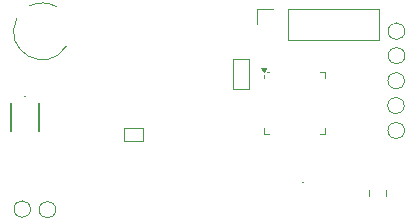
<source format=gbr>
%TF.GenerationSoftware,KiCad,Pcbnew,8.0.0*%
%TF.CreationDate,2024-03-12T22:02:49+01:00*%
%TF.ProjectId,projet s6,70726f6a-6574-4207-9336-2e6b69636164,rev?*%
%TF.SameCoordinates,Original*%
%TF.FileFunction,Legend,Top*%
%TF.FilePolarity,Positive*%
%FSLAX46Y46*%
G04 Gerber Fmt 4.6, Leading zero omitted, Abs format (unit mm)*
G04 Created by KiCad (PCBNEW 8.0.0) date 2024-03-12 22:02:49*
%MOMM*%
%LPD*%
G01*
G04 APERTURE LIST*
%ADD10C,0.100000*%
%ADD11C,0.120000*%
%ADD12C,0.152400*%
%ADD13C,0.050000*%
G04 APERTURE END LIST*
D10*
%TO.C,IC1*%
X198620000Y-80630000D02*
X198620000Y-80630000D01*
X198720000Y-80630000D02*
X198720000Y-80630000D01*
X198620000Y-80630000D02*
G75*
G02*
X198720000Y-80630000I50000J0D01*
G01*
X198720000Y-80630000D02*
G75*
G02*
X198620000Y-80630000I-50000J0D01*
G01*
D11*
%TO.C,J2*%
X194820000Y-65920000D02*
X196150000Y-65920000D01*
X194820000Y-67250000D02*
X194820000Y-65920000D01*
X197420000Y-65920000D02*
X205100000Y-65920000D01*
X197420000Y-68580000D02*
X197420000Y-65920000D01*
X197420000Y-68580000D02*
X205100000Y-68580000D01*
X205100000Y-68580000D02*
X205100000Y-65920000D01*
%TO.C,U1*%
X195340000Y-71795000D02*
X195340000Y-71560000D01*
X195340000Y-76540000D02*
X195340000Y-76065000D01*
X195815000Y-71320000D02*
X195640000Y-71320000D01*
X195815000Y-76540000D02*
X195340000Y-76540000D01*
X200085000Y-71320000D02*
X200560000Y-71320000D01*
X200085000Y-76540000D02*
X200560000Y-76540000D01*
X200560000Y-71320000D02*
X200560000Y-71795000D01*
X200560000Y-76540000D02*
X200560000Y-76065000D01*
X195340000Y-71320000D02*
X195100000Y-70990000D01*
X195580000Y-70990000D01*
X195340000Y-71320000D01*
G36*
X195340000Y-71320000D02*
G01*
X195100000Y-70990000D01*
X195580000Y-70990000D01*
X195340000Y-71320000D01*
G37*
%TO.C,TP5*%
X175610000Y-82900000D02*
G75*
G02*
X174210000Y-82900000I-700000J0D01*
G01*
X174210000Y-82900000D02*
G75*
G02*
X175610000Y-82900000I700000J0D01*
G01*
%TO.C,TP9*%
X207250000Y-74140000D02*
G75*
G02*
X205850000Y-74140000I-700000J0D01*
G01*
X205850000Y-74140000D02*
G75*
G02*
X207250000Y-74140000I700000J0D01*
G01*
%TO.C,TP11*%
X207270000Y-72030000D02*
G75*
G02*
X205870000Y-72030000I-700000J0D01*
G01*
X205870000Y-72030000D02*
G75*
G02*
X207270000Y-72030000I700000J0D01*
G01*
%TO.C,TP7*%
X207270000Y-76240000D02*
G75*
G02*
X205870000Y-76240000I-700000J0D01*
G01*
X205870000Y-76240000D02*
G75*
G02*
X207270000Y-76240000I700000J0D01*
G01*
D10*
%TO.C,D1*%
X175160000Y-73365000D02*
G75*
G02*
X175060000Y-73365000I-50000J0D01*
G01*
X175060000Y-73365000D02*
G75*
G02*
X175160000Y-73365000I50000J0D01*
G01*
D11*
%TO.C,TP8*%
X207290000Y-67840000D02*
G75*
G02*
X205890000Y-67840000I-700000J0D01*
G01*
X205890000Y-67840000D02*
G75*
G02*
X207290000Y-67840000I700000J0D01*
G01*
D12*
%TO.C,U2*%
X173943001Y-73952999D02*
X173943001Y-76306999D01*
X176297001Y-76306999D02*
X176297001Y-73952999D01*
D11*
%TO.C,TP1*%
X177740000Y-82950000D02*
G75*
G02*
X176340000Y-82950000I-700000J0D01*
G01*
X176340000Y-82950000D02*
G75*
G02*
X177740000Y-82950000I700000J0D01*
G01*
D10*
%TO.C,BT1*%
X175541338Y-65681516D02*
G75*
G02*
X177844999Y-65789013I1053662J-2157496D01*
G01*
X178634999Y-69109012D02*
G75*
G02*
X174439698Y-66776388I-2039999J1270000D01*
G01*
D11*
%TO.C,TP10*%
X207310000Y-69910000D02*
G75*
G02*
X205910000Y-69910000I-700000J0D01*
G01*
X205910000Y-69910000D02*
G75*
G02*
X207310000Y-69910000I700000J0D01*
G01*
%TO.C,C13*%
X204235000Y-81288748D02*
X204235000Y-81811252D01*
X205705000Y-81288748D02*
X205705000Y-81811252D01*
%TO.C,Q1*%
D13*
X183500000Y-77140000D02*
X185120000Y-77140000D01*
X185120000Y-76020000D01*
X183500000Y-76020000D01*
X183500000Y-77140000D01*
%TO.C,SW5*%
D10*
X194080000Y-70200000D02*
X192720000Y-70200000D01*
X192720000Y-72720000D01*
X194080000Y-72720000D01*
X194080000Y-70200000D01*
%TD*%
M02*

</source>
